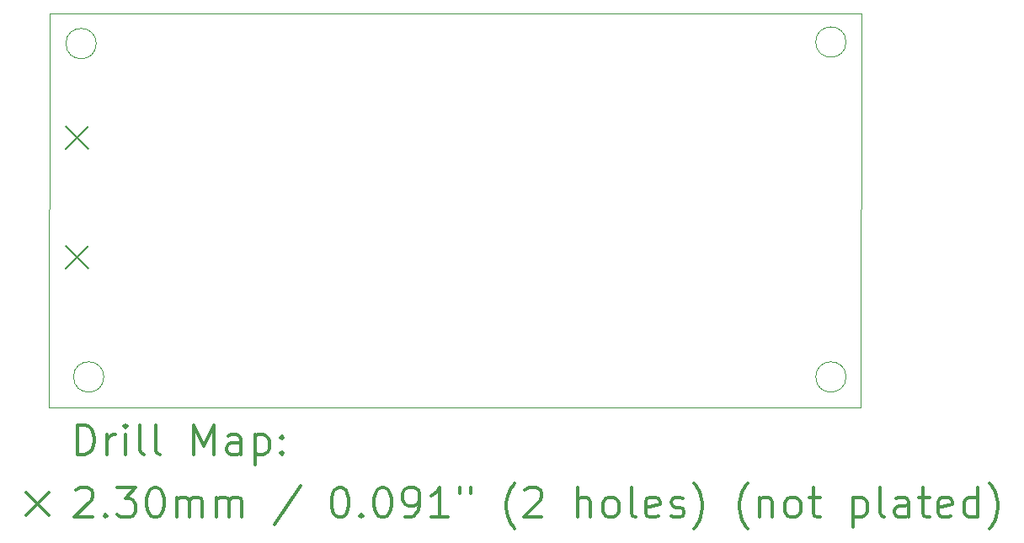
<source format=gbr>
%FSLAX45Y45*%
G04 Gerber Fmt 4.5, Leading zero omitted, Abs format (unit mm)*
G04 Created by KiCad (PCBNEW 5.1.5+dfsg1-2build2) date 2022-04-22 12:54:55*
%MOMM*%
%LPD*%
G04 APERTURE LIST*
%TA.AperFunction,Profile*%
%ADD10C,0.100000*%
%TD*%
%ADD11C,0.200000*%
%ADD12C,0.300000*%
G04 APERTURE END LIST*
D10*
X6319520Y-6604000D02*
X7467600Y-6604000D01*
X6314440Y-10571480D02*
X6319520Y-6604000D01*
X14478000Y-6604000D02*
X14472920Y-10571480D01*
X7467600Y-6604000D02*
X14478000Y-6604000D01*
X6314440Y-10571480D02*
X14472920Y-10571480D01*
X6786880Y-6908800D02*
G75*
G03X6786880Y-6908800I-152400J0D01*
G01*
X6863080Y-10261600D02*
G75*
G03X6863080Y-10261600I-152400J0D01*
G01*
X14325600Y-10261600D02*
G75*
G03X14325600Y-10261600I-152400J0D01*
G01*
X14325600Y-6893560D02*
G75*
G03X14325600Y-6893560I-152400J0D01*
G01*
D11*
X6477440Y-7742200D02*
X6707440Y-7972200D01*
X6707440Y-7742200D02*
X6477440Y-7972200D01*
X6477440Y-8942200D02*
X6707440Y-9172200D01*
X6707440Y-8942200D02*
X6477440Y-9172200D01*
D12*
X6595868Y-11042194D02*
X6595868Y-10742194D01*
X6667297Y-10742194D01*
X6710154Y-10756480D01*
X6738726Y-10785052D01*
X6753011Y-10813623D01*
X6767297Y-10870766D01*
X6767297Y-10913623D01*
X6753011Y-10970766D01*
X6738726Y-10999337D01*
X6710154Y-11027909D01*
X6667297Y-11042194D01*
X6595868Y-11042194D01*
X6895868Y-11042194D02*
X6895868Y-10842194D01*
X6895868Y-10899337D02*
X6910154Y-10870766D01*
X6924440Y-10856480D01*
X6953011Y-10842194D01*
X6981583Y-10842194D01*
X7081583Y-11042194D02*
X7081583Y-10842194D01*
X7081583Y-10742194D02*
X7067297Y-10756480D01*
X7081583Y-10770766D01*
X7095868Y-10756480D01*
X7081583Y-10742194D01*
X7081583Y-10770766D01*
X7267297Y-11042194D02*
X7238726Y-11027909D01*
X7224440Y-10999337D01*
X7224440Y-10742194D01*
X7424440Y-11042194D02*
X7395868Y-11027909D01*
X7381583Y-10999337D01*
X7381583Y-10742194D01*
X7767297Y-11042194D02*
X7767297Y-10742194D01*
X7867297Y-10956480D01*
X7967297Y-10742194D01*
X7967297Y-11042194D01*
X8238726Y-11042194D02*
X8238726Y-10885052D01*
X8224440Y-10856480D01*
X8195868Y-10842194D01*
X8138726Y-10842194D01*
X8110154Y-10856480D01*
X8238726Y-11027909D02*
X8210154Y-11042194D01*
X8138726Y-11042194D01*
X8110154Y-11027909D01*
X8095868Y-10999337D01*
X8095868Y-10970766D01*
X8110154Y-10942194D01*
X8138726Y-10927909D01*
X8210154Y-10927909D01*
X8238726Y-10913623D01*
X8381583Y-10842194D02*
X8381583Y-11142194D01*
X8381583Y-10856480D02*
X8410154Y-10842194D01*
X8467297Y-10842194D01*
X8495868Y-10856480D01*
X8510154Y-10870766D01*
X8524440Y-10899337D01*
X8524440Y-10985052D01*
X8510154Y-11013623D01*
X8495868Y-11027909D01*
X8467297Y-11042194D01*
X8410154Y-11042194D01*
X8381583Y-11027909D01*
X8653011Y-11013623D02*
X8667297Y-11027909D01*
X8653011Y-11042194D01*
X8638726Y-11027909D01*
X8653011Y-11013623D01*
X8653011Y-11042194D01*
X8653011Y-10856480D02*
X8667297Y-10870766D01*
X8653011Y-10885052D01*
X8638726Y-10870766D01*
X8653011Y-10856480D01*
X8653011Y-10885052D01*
X6079440Y-11421480D02*
X6309440Y-11651480D01*
X6309440Y-11421480D02*
X6079440Y-11651480D01*
X6581583Y-11400766D02*
X6595868Y-11386480D01*
X6624440Y-11372194D01*
X6695868Y-11372194D01*
X6724440Y-11386480D01*
X6738726Y-11400766D01*
X6753011Y-11429337D01*
X6753011Y-11457909D01*
X6738726Y-11500766D01*
X6567297Y-11672194D01*
X6753011Y-11672194D01*
X6881583Y-11643623D02*
X6895868Y-11657909D01*
X6881583Y-11672194D01*
X6867297Y-11657909D01*
X6881583Y-11643623D01*
X6881583Y-11672194D01*
X6995868Y-11372194D02*
X7181583Y-11372194D01*
X7081583Y-11486480D01*
X7124440Y-11486480D01*
X7153011Y-11500766D01*
X7167297Y-11515051D01*
X7181583Y-11543623D01*
X7181583Y-11615051D01*
X7167297Y-11643623D01*
X7153011Y-11657909D01*
X7124440Y-11672194D01*
X7038726Y-11672194D01*
X7010154Y-11657909D01*
X6995868Y-11643623D01*
X7367297Y-11372194D02*
X7395868Y-11372194D01*
X7424440Y-11386480D01*
X7438726Y-11400766D01*
X7453011Y-11429337D01*
X7467297Y-11486480D01*
X7467297Y-11557909D01*
X7453011Y-11615051D01*
X7438726Y-11643623D01*
X7424440Y-11657909D01*
X7395868Y-11672194D01*
X7367297Y-11672194D01*
X7338726Y-11657909D01*
X7324440Y-11643623D01*
X7310154Y-11615051D01*
X7295868Y-11557909D01*
X7295868Y-11486480D01*
X7310154Y-11429337D01*
X7324440Y-11400766D01*
X7338726Y-11386480D01*
X7367297Y-11372194D01*
X7595868Y-11672194D02*
X7595868Y-11472194D01*
X7595868Y-11500766D02*
X7610154Y-11486480D01*
X7638726Y-11472194D01*
X7681583Y-11472194D01*
X7710154Y-11486480D01*
X7724440Y-11515051D01*
X7724440Y-11672194D01*
X7724440Y-11515051D02*
X7738726Y-11486480D01*
X7767297Y-11472194D01*
X7810154Y-11472194D01*
X7838726Y-11486480D01*
X7853011Y-11515051D01*
X7853011Y-11672194D01*
X7995868Y-11672194D02*
X7995868Y-11472194D01*
X7995868Y-11500766D02*
X8010154Y-11486480D01*
X8038726Y-11472194D01*
X8081583Y-11472194D01*
X8110154Y-11486480D01*
X8124440Y-11515051D01*
X8124440Y-11672194D01*
X8124440Y-11515051D02*
X8138726Y-11486480D01*
X8167297Y-11472194D01*
X8210154Y-11472194D01*
X8238726Y-11486480D01*
X8253011Y-11515051D01*
X8253011Y-11672194D01*
X8838726Y-11357909D02*
X8581583Y-11743623D01*
X9224440Y-11372194D02*
X9253011Y-11372194D01*
X9281583Y-11386480D01*
X9295868Y-11400766D01*
X9310154Y-11429337D01*
X9324440Y-11486480D01*
X9324440Y-11557909D01*
X9310154Y-11615051D01*
X9295868Y-11643623D01*
X9281583Y-11657909D01*
X9253011Y-11672194D01*
X9224440Y-11672194D01*
X9195868Y-11657909D01*
X9181583Y-11643623D01*
X9167297Y-11615051D01*
X9153011Y-11557909D01*
X9153011Y-11486480D01*
X9167297Y-11429337D01*
X9181583Y-11400766D01*
X9195868Y-11386480D01*
X9224440Y-11372194D01*
X9453011Y-11643623D02*
X9467297Y-11657909D01*
X9453011Y-11672194D01*
X9438726Y-11657909D01*
X9453011Y-11643623D01*
X9453011Y-11672194D01*
X9653011Y-11372194D02*
X9681583Y-11372194D01*
X9710154Y-11386480D01*
X9724440Y-11400766D01*
X9738726Y-11429337D01*
X9753011Y-11486480D01*
X9753011Y-11557909D01*
X9738726Y-11615051D01*
X9724440Y-11643623D01*
X9710154Y-11657909D01*
X9681583Y-11672194D01*
X9653011Y-11672194D01*
X9624440Y-11657909D01*
X9610154Y-11643623D01*
X9595868Y-11615051D01*
X9581583Y-11557909D01*
X9581583Y-11486480D01*
X9595868Y-11429337D01*
X9610154Y-11400766D01*
X9624440Y-11386480D01*
X9653011Y-11372194D01*
X9895868Y-11672194D02*
X9953011Y-11672194D01*
X9981583Y-11657909D01*
X9995868Y-11643623D01*
X10024440Y-11600766D01*
X10038726Y-11543623D01*
X10038726Y-11429337D01*
X10024440Y-11400766D01*
X10010154Y-11386480D01*
X9981583Y-11372194D01*
X9924440Y-11372194D01*
X9895868Y-11386480D01*
X9881583Y-11400766D01*
X9867297Y-11429337D01*
X9867297Y-11500766D01*
X9881583Y-11529337D01*
X9895868Y-11543623D01*
X9924440Y-11557909D01*
X9981583Y-11557909D01*
X10010154Y-11543623D01*
X10024440Y-11529337D01*
X10038726Y-11500766D01*
X10324440Y-11672194D02*
X10153011Y-11672194D01*
X10238726Y-11672194D02*
X10238726Y-11372194D01*
X10210154Y-11415051D01*
X10181583Y-11443623D01*
X10153011Y-11457909D01*
X10438726Y-11372194D02*
X10438726Y-11429337D01*
X10553011Y-11372194D02*
X10553011Y-11429337D01*
X10995868Y-11786480D02*
X10981583Y-11772194D01*
X10953011Y-11729337D01*
X10938726Y-11700766D01*
X10924440Y-11657909D01*
X10910154Y-11586480D01*
X10910154Y-11529337D01*
X10924440Y-11457909D01*
X10938726Y-11415051D01*
X10953011Y-11386480D01*
X10981583Y-11343623D01*
X10995868Y-11329337D01*
X11095868Y-11400766D02*
X11110154Y-11386480D01*
X11138726Y-11372194D01*
X11210154Y-11372194D01*
X11238726Y-11386480D01*
X11253011Y-11400766D01*
X11267297Y-11429337D01*
X11267297Y-11457909D01*
X11253011Y-11500766D01*
X11081583Y-11672194D01*
X11267297Y-11672194D01*
X11624440Y-11672194D02*
X11624440Y-11372194D01*
X11753011Y-11672194D02*
X11753011Y-11515051D01*
X11738726Y-11486480D01*
X11710154Y-11472194D01*
X11667297Y-11472194D01*
X11638726Y-11486480D01*
X11624440Y-11500766D01*
X11938726Y-11672194D02*
X11910154Y-11657909D01*
X11895868Y-11643623D01*
X11881583Y-11615051D01*
X11881583Y-11529337D01*
X11895868Y-11500766D01*
X11910154Y-11486480D01*
X11938726Y-11472194D01*
X11981583Y-11472194D01*
X12010154Y-11486480D01*
X12024440Y-11500766D01*
X12038726Y-11529337D01*
X12038726Y-11615051D01*
X12024440Y-11643623D01*
X12010154Y-11657909D01*
X11981583Y-11672194D01*
X11938726Y-11672194D01*
X12210154Y-11672194D02*
X12181583Y-11657909D01*
X12167297Y-11629337D01*
X12167297Y-11372194D01*
X12438726Y-11657909D02*
X12410154Y-11672194D01*
X12353011Y-11672194D01*
X12324440Y-11657909D01*
X12310154Y-11629337D01*
X12310154Y-11515051D01*
X12324440Y-11486480D01*
X12353011Y-11472194D01*
X12410154Y-11472194D01*
X12438726Y-11486480D01*
X12453011Y-11515051D01*
X12453011Y-11543623D01*
X12310154Y-11572194D01*
X12567297Y-11657909D02*
X12595868Y-11672194D01*
X12653011Y-11672194D01*
X12681583Y-11657909D01*
X12695868Y-11629337D01*
X12695868Y-11615051D01*
X12681583Y-11586480D01*
X12653011Y-11572194D01*
X12610154Y-11572194D01*
X12581583Y-11557909D01*
X12567297Y-11529337D01*
X12567297Y-11515051D01*
X12581583Y-11486480D01*
X12610154Y-11472194D01*
X12653011Y-11472194D01*
X12681583Y-11486480D01*
X12795868Y-11786480D02*
X12810154Y-11772194D01*
X12838726Y-11729337D01*
X12853011Y-11700766D01*
X12867297Y-11657909D01*
X12881583Y-11586480D01*
X12881583Y-11529337D01*
X12867297Y-11457909D01*
X12853011Y-11415051D01*
X12838726Y-11386480D01*
X12810154Y-11343623D01*
X12795868Y-11329337D01*
X13338726Y-11786480D02*
X13324440Y-11772194D01*
X13295868Y-11729337D01*
X13281583Y-11700766D01*
X13267297Y-11657909D01*
X13253011Y-11586480D01*
X13253011Y-11529337D01*
X13267297Y-11457909D01*
X13281583Y-11415051D01*
X13295868Y-11386480D01*
X13324440Y-11343623D01*
X13338726Y-11329337D01*
X13453011Y-11472194D02*
X13453011Y-11672194D01*
X13453011Y-11500766D02*
X13467297Y-11486480D01*
X13495868Y-11472194D01*
X13538726Y-11472194D01*
X13567297Y-11486480D01*
X13581583Y-11515051D01*
X13581583Y-11672194D01*
X13767297Y-11672194D02*
X13738726Y-11657909D01*
X13724440Y-11643623D01*
X13710154Y-11615051D01*
X13710154Y-11529337D01*
X13724440Y-11500766D01*
X13738726Y-11486480D01*
X13767297Y-11472194D01*
X13810154Y-11472194D01*
X13838726Y-11486480D01*
X13853011Y-11500766D01*
X13867297Y-11529337D01*
X13867297Y-11615051D01*
X13853011Y-11643623D01*
X13838726Y-11657909D01*
X13810154Y-11672194D01*
X13767297Y-11672194D01*
X13953011Y-11472194D02*
X14067297Y-11472194D01*
X13995868Y-11372194D02*
X13995868Y-11629337D01*
X14010154Y-11657909D01*
X14038726Y-11672194D01*
X14067297Y-11672194D01*
X14395868Y-11472194D02*
X14395868Y-11772194D01*
X14395868Y-11486480D02*
X14424440Y-11472194D01*
X14481583Y-11472194D01*
X14510154Y-11486480D01*
X14524440Y-11500766D01*
X14538726Y-11529337D01*
X14538726Y-11615051D01*
X14524440Y-11643623D01*
X14510154Y-11657909D01*
X14481583Y-11672194D01*
X14424440Y-11672194D01*
X14395868Y-11657909D01*
X14710154Y-11672194D02*
X14681583Y-11657909D01*
X14667297Y-11629337D01*
X14667297Y-11372194D01*
X14953011Y-11672194D02*
X14953011Y-11515051D01*
X14938726Y-11486480D01*
X14910154Y-11472194D01*
X14853011Y-11472194D01*
X14824440Y-11486480D01*
X14953011Y-11657909D02*
X14924440Y-11672194D01*
X14853011Y-11672194D01*
X14824440Y-11657909D01*
X14810154Y-11629337D01*
X14810154Y-11600766D01*
X14824440Y-11572194D01*
X14853011Y-11557909D01*
X14924440Y-11557909D01*
X14953011Y-11543623D01*
X15053011Y-11472194D02*
X15167297Y-11472194D01*
X15095868Y-11372194D02*
X15095868Y-11629337D01*
X15110154Y-11657909D01*
X15138726Y-11672194D01*
X15167297Y-11672194D01*
X15381583Y-11657909D02*
X15353011Y-11672194D01*
X15295868Y-11672194D01*
X15267297Y-11657909D01*
X15253011Y-11629337D01*
X15253011Y-11515051D01*
X15267297Y-11486480D01*
X15295868Y-11472194D01*
X15353011Y-11472194D01*
X15381583Y-11486480D01*
X15395868Y-11515051D01*
X15395868Y-11543623D01*
X15253011Y-11572194D01*
X15653011Y-11672194D02*
X15653011Y-11372194D01*
X15653011Y-11657909D02*
X15624440Y-11672194D01*
X15567297Y-11672194D01*
X15538726Y-11657909D01*
X15524440Y-11643623D01*
X15510154Y-11615051D01*
X15510154Y-11529337D01*
X15524440Y-11500766D01*
X15538726Y-11486480D01*
X15567297Y-11472194D01*
X15624440Y-11472194D01*
X15653011Y-11486480D01*
X15767297Y-11786480D02*
X15781583Y-11772194D01*
X15810154Y-11729337D01*
X15824440Y-11700766D01*
X15838726Y-11657909D01*
X15853011Y-11586480D01*
X15853011Y-11529337D01*
X15838726Y-11457909D01*
X15824440Y-11415051D01*
X15810154Y-11386480D01*
X15781583Y-11343623D01*
X15767297Y-11329337D01*
M02*

</source>
